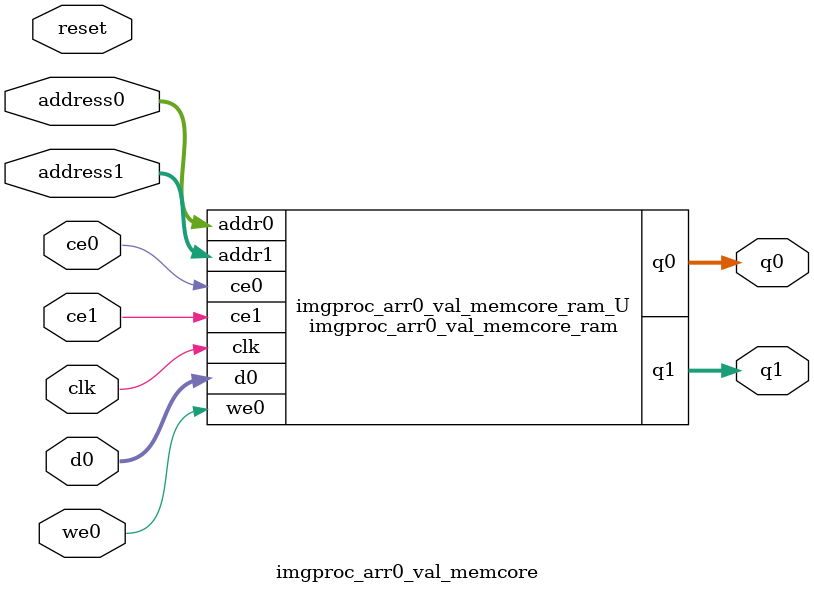
<source format=v>

`timescale 1 ns / 1 ps
module imgproc_arr0_val_memcore_ram (addr0, ce0, d0, we0, q0, addr1, ce1, q1,  clk);

parameter DWIDTH = 8;
parameter AWIDTH = 16;
parameter MEM_SIZE = 65536;

input[AWIDTH-1:0] addr0;
input ce0;
input[DWIDTH-1:0] d0;
input we0;
output reg[DWIDTH-1:0] q0;
input[AWIDTH-1:0] addr1;
input ce1;
output reg[DWIDTH-1:0] q1;
input clk;

(* ram_style = "block" *)reg [DWIDTH-1:0] ram[0:MEM_SIZE-1];




always @(posedge clk)  
begin 
    if (ce0) 
    begin
        if (we0) 
        begin 
            ram[addr0] <= d0; 
            q0 <= d0;
        end 
        else 
            q0 <= ram[addr0];
    end
end


always @(posedge clk)  
begin 
    if (ce1) 
    begin
            q1 <= ram[addr1];
    end
end


endmodule


`timescale 1 ns / 1 ps
module imgproc_arr0_val_memcore(
    reset,
    clk,
    address0,
    ce0,
    we0,
    d0,
    q0,
    address1,
    ce1,
    q1);

parameter DataWidth = 32'd8;
parameter AddressRange = 32'd65536;
parameter AddressWidth = 32'd16;
input reset;
input clk;
input[AddressWidth - 1:0] address0;
input ce0;
input we0;
input[DataWidth - 1:0] d0;
output[DataWidth - 1:0] q0;
input[AddressWidth - 1:0] address1;
input ce1;
output[DataWidth - 1:0] q1;



imgproc_arr0_val_memcore_ram imgproc_arr0_val_memcore_ram_U(
    .clk( clk ),
    .addr0( address0 ),
    .ce0( ce0 ),
    .we0( we0 ),
    .d0( d0 ),
    .q0( q0 ),
    .addr1( address1 ),
    .ce1( ce1 ),
    .q1( q1 ));

endmodule


</source>
